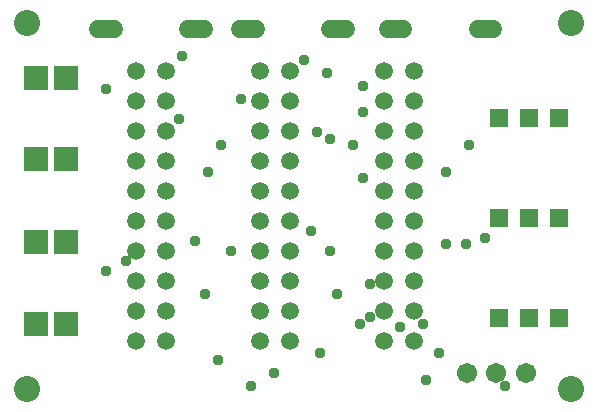
<source format=gbr>
G04 EAGLE Gerber RS-274X export*
G75*
%MOMM*%
%FSLAX34Y34*%
%LPD*%
%INSoldermask Top*%
%IPPOS*%
%AMOC8*
5,1,8,0,0,1.08239X$1,22.5*%
G01*
%ADD10C,2.203200*%
%ADD11R,2.003200X2.003200*%
%ADD12C,1.524000*%
%ADD13R,1.611200X1.611200*%
%ADD14C,1.511200*%
%ADD15C,1.711200*%
%ADD16C,0.959600*%


D10*
X20000Y330000D03*
X480000Y330000D03*
X20000Y20000D03*
X480000Y20000D03*
D11*
X52700Y283700D03*
X27300Y283700D03*
D12*
X200296Y325000D02*
X213504Y325000D01*
X276496Y325000D02*
X289704Y325000D01*
X93504Y325000D02*
X80296Y325000D01*
X156496Y325000D02*
X169704Y325000D01*
D13*
X445000Y80000D03*
X470400Y80000D03*
X419600Y80000D03*
X445000Y250000D03*
X470400Y250000D03*
X419600Y250000D03*
D14*
X137700Y60700D03*
X112300Y60700D03*
X137700Y86100D03*
X112300Y86100D03*
X137700Y111500D03*
X112300Y111500D03*
X137700Y136900D03*
X112300Y136900D03*
X137700Y162300D03*
X112300Y162300D03*
X137700Y187700D03*
X112300Y187700D03*
X137700Y213100D03*
X112300Y213100D03*
X137700Y238500D03*
X112300Y238500D03*
X137700Y263900D03*
X112300Y263900D03*
X137700Y289300D03*
X112300Y289300D03*
X347700Y60700D03*
X322300Y60700D03*
X347700Y86100D03*
X322300Y86100D03*
X347700Y111500D03*
X322300Y111500D03*
X347700Y136900D03*
X322300Y136900D03*
X347700Y162300D03*
X322300Y162300D03*
X347700Y187700D03*
X322300Y187700D03*
X347700Y213100D03*
X322300Y213100D03*
X347700Y238500D03*
X322300Y238500D03*
X347700Y263900D03*
X322300Y263900D03*
X347700Y289300D03*
X322300Y289300D03*
X242700Y60700D03*
X217300Y60700D03*
X242700Y86100D03*
X217300Y86100D03*
X242700Y111500D03*
X217300Y111500D03*
X242700Y136900D03*
X217300Y136900D03*
X242700Y162300D03*
X217300Y162300D03*
X242700Y187700D03*
X217300Y187700D03*
X242700Y213100D03*
X217300Y213100D03*
X242700Y238500D03*
X217300Y238500D03*
X242700Y263900D03*
X217300Y263900D03*
X242700Y289300D03*
X217300Y289300D03*
D12*
X325296Y325000D02*
X338504Y325000D01*
X401496Y325000D02*
X414704Y325000D01*
D13*
X445000Y165000D03*
X470400Y165000D03*
X419600Y165000D03*
D11*
X52700Y215000D03*
X27300Y215000D03*
X52700Y145000D03*
X27300Y145000D03*
X52700Y75000D03*
X27300Y75000D03*
D15*
X417000Y33500D03*
X442000Y33500D03*
X392000Y33500D03*
D16*
X393954Y226314D03*
X259842Y153670D03*
X310134Y108966D03*
X148082Y248666D03*
X335280Y72644D03*
X86614Y120142D03*
X301752Y75438D03*
X304546Y198374D03*
X304546Y254254D03*
X304546Y276606D03*
X103378Y128524D03*
X354838Y75438D03*
X184404Y226314D03*
X265430Y237490D03*
X192786Y136906D03*
X276606Y136906D03*
X374396Y142494D03*
X374396Y203962D03*
X209550Y22352D03*
X407924Y148082D03*
X201168Y265430D03*
X282194Y100584D03*
X276606Y231902D03*
X310134Y81026D03*
X170434Y100584D03*
X162052Y145288D03*
X86614Y273812D03*
X229108Y33528D03*
X357632Y27940D03*
X273812Y287782D03*
X254254Y298958D03*
X150876Y301752D03*
X424688Y22352D03*
X296164Y226314D03*
X391160Y142494D03*
X268224Y50292D03*
X368808Y50292D03*
X173228Y203962D03*
X181610Y44704D03*
M02*

</source>
